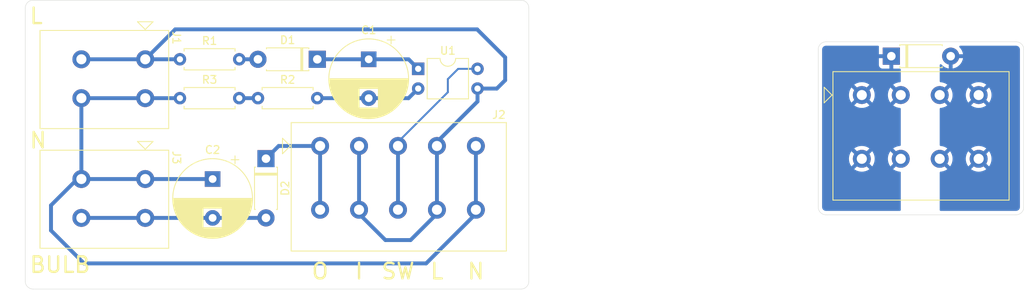
<source format=kicad_pcb>
(kicad_pcb (version 20240108) (generator "pcbnew") (generator_version "8.0")
  (layers (0 "F.Cu" signal) (31 "B.Cu" signal) (34 "B.Paste" user) (35 "F.Paste" user) (36 "B.SilkS" user "B.Silkscreen") (37 "F.SilkS" user "F.Silkscreen") (38 "B.Mask" user) (39 "F.Mask" user) (44 "Edge.Cuts" user))
  (net 0 "")
  (net 1 "Net-(D1-K)")
  (net 2 "Net-(C1-Pad2)")
  (net 3 "NEUT")
  (net 4 "Net-(D2-A)")
  (net 5 "Net-(D1-A)")
  (net 6 "/O")
  (net 7 "Net-(D3-K)")
  (net 8 "Net-(D3-A)")
  (net 9 "LINE")
  (net 10 "/SW")
  (net 11 "Net-(R2-Pad1)")
  (footprint "Capacitor_THT:CP_Radial_D10.0mm_P5.00mm" (layer "F.Cu") (at 123.69 92.4 -90)
    (property "Reference" "C1" (at -3.75 0 180) (layer "F.SilkS"))
    (property "Value" "470u 10V")
    (pad "1" thru_hole rect (at 0 0 270) (size 2 2) (drill 1) (layers "*.Cu" "*.Mask") (net 1 "Net-(D1-K)"))
    (pad "2" thru_hole circle (at 5 0 270) (size 2 2) (drill 1) (layers "*.Cu" "*.Mask") (net 2 "Net-(C1-Pad2)"))
  )
  (footprint "Capacitor_THT:CP_Radial_D10.0mm_P5.00mm" (layer "F.Cu") (at 103.65 107.8 -90)
    (property "Reference" "C2" (at -3.75 0 180) (layer "F.SilkS"))
    (property "Value" "4u7 400V")
    (pad "1" thru_hole rect (at 0 0 270) (size 2 2) (drill 1) (layers "*.Cu" "*.Mask") (net 3 "NEUT"))
    (pad "2" thru_hole circle (at 5 0 270) (size 2 2) (drill 1) (layers "*.Cu" "*.Mask") (net 4 "Net-(D2-A)"))
  )
  (footprint "chaotic-neutral:Wago_2604-1105_1x05_P5.00mm_Horizontal" (layer "F.Cu") (at 117.45 103.55)
    (property "Reference" "J2" (at 23.91 -4.01 0) (layer "F.SilkS") (effects (justify right)))
    (property "Value" "SHELLY")
    (pad "1" thru_hole circle (at 0 0) (size 2.3 2.3) (drill 1.3) (layers "*.Cu" "*.Mask") (net 6 "/O"))
    (pad "1" thru_hole circle (at 0 8.2) (size 2.3 2.3) (drill 1.3) (layers "*.Cu" "*.Mask") (net 6 "/O"))
    (pad "2" thru_hole circle (at 5 0) (size 2.3 2.3) (drill 1.3) (layers "*.Cu" "*.Mask") (net 9 "LINE"))
    (pad "2" thru_hole circle (at 5 8.2) (size 2.3 2.3) (drill 1.3) (layers "*.Cu" "*.Mask") (net 9 "LINE"))
    (pad "3" thru_hole circle (at 10 0) (size 2.3 2.3) (drill 1.3) (layers "*.Cu" "*.Mask") (net 10 "/SW"))
    (pad "3" thru_hole circle (at 10 8.2) (size 2.3 2.3) (drill 1.3) (layers "*.Cu" "*.Mask") (net 10 "/SW"))
    (pad "4" thru_hole circle (at 15 0) (size 2.3 2.3) (drill 1.3) (layers "*.Cu" "*.Mask") (net 9 "LINE"))
    (pad "4" thru_hole circle (at 15 8.2) (size 2.3 2.3) (drill 1.3) (layers "*.Cu" "*.Mask") (net 9 "LINE"))
    (pad "5" thru_hole circle (at 20 0) (size 2.3 2.3) (drill 1.3) (layers "*.Cu" "*.Mask") (net 3 "NEUT"))
    (pad "5" thru_hole circle (at 20 8.2) (size 2.3 2.3) (drill 1.3) (layers "*.Cu" "*.Mask") (net 3 "NEUT"))
  )
  (footprint "Diode_THT:D_DO-41_SOD81_P7.62mm_Horizontal" (layer "F.Cu") (at 117.09 92.4 180)
    (property "Reference" "D1" (at 3.81 2.47 180) (layer "F.SilkS"))
    (property "Value" "1N4004")
    (pad "1" thru_hole rect (at 0 0 180) (size 2.2 2.2) (drill 1.1) (layers "*.Cu" "*.Mask") (net 1 "Net-(D1-K)"))
    (pad "2" thru_hole oval (at 7.62 0 180) (size 2.2 2.2) (drill 1.1) (layers "*.Cu" "*.Mask") (net 5 "Net-(D1-A)"))
  )
  (footprint "Diode_THT:D_DO-41_SOD81_P7.62mm_Horizontal" (layer "F.Cu") (at 110.5 105.18 -90)
    (property "Reference" "D2" (at 3.81 -2.47 90) (layer "F.SilkS"))
    (property "Value" "1N4004")
    (pad "1" thru_hole rect (at 0 0 270) (size 2.2 2.2) (drill 1.1) (layers "*.Cu" "*.Mask") (net 6 "/O"))
    (pad "2" thru_hole oval (at 7.62 0 270) (size 2.2 2.2) (drill 1.1) (layers "*.Cu" "*.Mask") (net 4 "Net-(D2-A)"))
  )
  (footprint "Resistor_THT:R_Axial_DIN0207_L6.3mm_D2.5mm_P7.62mm_Horizontal" (layer "F.Cu") (at 99.45 92.4)
    (property "Reference" "R1" (at 3.81 -2.37 0) (layer "F.SilkS"))
    (property "Value" "33k")
    (pad "1" thru_hole circle (at 0 0) (size 1.6 1.6) (drill 0.8) (layers "*.Cu" "*.Mask") (net 9 "LINE"))
    (pad "2" thru_hole oval (at 7.62 0) (size 1.6 1.6) (drill 0.8) (layers "*.Cu" "*.Mask") (net 5 "Net-(D1-A)"))
  )
  (footprint "chaotic-neutral:Wago_2604-1102_1x02_P5.00mm_Horizontal" (layer "F.Cu") (at 95 107.8 -90)
    (property "Reference" "J3" (at -3.71 -4.01 270) (layer "F.SilkS") (effects (justify left)))
    (property "Value" "BULB")
    (pad "1" thru_hole circle (at 0 0 270) (size 2.3 2.3) (drill 1.3) (layers "*.Cu" "*.Mask") (net 3 "NEUT"))
    (pad "1" thru_hole circle (at 0 8.2 270) (size 2.3 2.3) (drill 1.3) (layers "*.Cu" "*.Mask") (net 3 "NEUT"))
    (pad "2" thru_hole circle (at 5 0 270) (size 2.3 2.3) (drill 1.3) (layers "*.Cu" "*.Mask") (net 4 "Net-(D2-A)"))
    (pad "2" thru_hole circle (at 5 8.2 270) (size 2.3 2.3) (drill 1.3) (layers "*.Cu" "*.Mask") (net 4 "Net-(D2-A)"))
  )
  (footprint "Resistor_THT:R_Axial_DIN0207_L6.3mm_D2.5mm_P7.62mm_Horizontal" (layer "F.Cu") (at 109.47 97.4)
    (property "Reference" "R2" (at 3.81 -2.37 0) (layer "F.SilkS"))
    (property "Value" "33k")
    (pad "1" thru_hole circle (at 0 0) (size 1.6 1.6) (drill 0.8) (layers "*.Cu" "*.Mask") (net 11 "Net-(R2-Pad1)"))
    (pad "2" thru_hole oval (at 7.62 0) (size 1.6 1.6) (drill 0.8) (layers "*.Cu" "*.Mask") (net 2 "Net-(C1-Pad2)"))
  )
  (footprint "Resistor_THT:R_Axial_DIN0207_L6.3mm_D2.5mm_P7.62mm_Horizontal" (layer "F.Cu") (at 99.45 97.4)
    (property "Reference" "R3" (at 3.81 -2.37 0) (layer "F.SilkS"))
    (property "Value" "33k")
    (pad "1" thru_hole circle (at 0 0) (size 1.6 1.6) (drill 0.8) (layers "*.Cu" "*.Mask") (net 3 "NEUT"))
    (pad "2" thru_hole oval (at 7.62 0) (size 1.6 1.6) (drill 0.8) (layers "*.Cu" "*.Mask") (net 11 "Net-(R2-Pad1)"))
  )
  (footprint "chaotic-neutral:Wago_2604-1104_1x04_P5.00mm_Horizontal" (layer "F.Cu") (at 187 97)
    (property "Reference" "J4" (hide yes))
    (property "Value" "SWITCH")
    (pad "1" thru_hole circle (at 0 0) (size 2.3 2.3) (drill 1.3) (layers "*.Cu" "*.Mask") (net 7 "Net-(D3-K)"))
    (pad "1" thru_hole circle (at 0 8.2) (size 2.3 2.3) (drill 1.3) (layers "*.Cu" "*.Mask") (net 7 "Net-(D3-K)"))
    (pad "2" thru_hole circle (at 5 0) (size 2.3 2.3) (drill 1.3) (layers "*.Cu" "*.Mask") (net 7 "Net-(D3-K)"))
    (pad "2" thru_hole circle (at 5 8.2) (size 2.3 2.3) (drill 1.3) (layers "*.Cu" "*.Mask") (net 7 "Net-(D3-K)"))
    (pad "3" thru_hole circle (at 10 0) (size 2.3 2.3) (drill 1.3) (layers "*.Cu" "*.Mask") (net 8 "Net-(D3-A)"))
    (pad "3" thru_hole circle (at 10 8.2) (size 2.3 2.3) (drill 1.3) (layers "*.Cu" "*.Mask") (net 8 "Net-(D3-A)"))
    (pad "4" thru_hole circle (at 15 0) (size 2.3 2.3) (drill 1.3) (layers "*.Cu" "*.Mask") (net 8 "Net-(D3-A)"))
    (pad "4" thru_hole circle (at 15 8.2) (size 2.3 2.3) (drill 1.3) (layers "*.Cu" "*.Mask") (net 8 "Net-(D3-A)"))
  )
  (footprint "Diode_THT:D_DO-41_SOD81_P7.62mm_Horizontal" (layer "F.Cu") (at 190.79 92)
    (property "Reference" "D3" (hide yes))
    (property "Value" "1N4004")
    (pad "1" thru_hole rect (at 0 0) (size 2.2 2.2) (drill 1.1) (layers "*.Cu" "*.Mask") (net 7 "Net-(D3-K)"))
    (pad "2" thru_hole oval (at 7.62 0) (size 2.2 2.2) (drill 1.1) (layers "*.Cu" "*.Mask") (net 8 "Net-(D3-A)"))
  )
  (footprint "Package_DIP:DIP-4_W7.62mm" (layer "F.Cu") (at 130.04 93.625)
    (property "Reference" "U1" (at 3.81 -2.33 0) (layer "F.SilkS"))
    (property "Value" "PC817")
    (pad "1" thru_hole rect (at 0 0) (size 1.6 1.6) (drill 0.8) (layers "*.Cu" "*.Mask") (net 1 "Net-(D1-K)"))
    (pad "2" thru_hole oval (at 0 2.54) (size 1.6 1.6) (drill 0.8) (layers "*.Cu" "*.Mask") (net 2 "Net-(C1-Pad2)"))
    (pad "3" thru_hole oval (at 7.62 2.54) (size 1.6 1.6) (drill 0.8) (layers "*.Cu" "*.Mask") (net 9 "LINE"))
    (pad "4" thru_hole oval (at 7.62 0) (size 1.6 1.6) (drill 0.8) (layers "*.Cu" "*.Mask") (net 10 "/SW"))
  )
  (footprint "chaotic-neutral:Wago_2604-1102_1x02_P5.00mm_Horizontal" (layer "F.Cu") (at 95 92.4 -90)
    (property "Reference" "J1" (at -3.71 -4.01 270) (layer "F.SilkS") (effects (justify left)))
    (property "Value" "230VAC")
    (pad "1" thru_hole circle (at 0 0 270) (size 2.3 2.3) (drill 1.3) (layers "*.Cu" "*.Mask") (net 9 "LINE"))
    (pad "1" thru_hole circle (at 0 8.2 270) (size 2.3 2.3) (drill 1.3) (layers "*.Cu" "*.Mask") (net 9 "LINE"))
    (pad "2" thru_hole circle (at 5 0 270) (size 2.3 2.3) (drill 1.3) (layers "*.Cu" "*.Mask") (net 3 "NEUT"))
    (pad "2" thru_hole circle (at 5 8.2 270) (size 2.3 2.3) (drill 1.3) (layers "*.Cu" "*.Mask") (net 3 "NEUT"))
  )
  (gr_arc (start 182.4 112.4) (mid 181.692893 112.107107) (end 181.4 111.4) (stroke (width 0.05)) (layer "Edge.Cuts"))
  (gr_arc (start 79.6 85.8) (mid 79.892893 85.092893) (end 80.6 84.8) (stroke (width 0.05)) (layer "Edge.Cuts"))
  (gr_line (start 181.4 111.4) (end 181.4 91.15) (stroke (width 0.05)) (layer "Edge.Cuts"))
  (gr_line (start 182.4 90.15) (end 206.8 90.15) (stroke (width 0.05)) (layer "Edge.Cuts"))
  (gr_line (start 144.25 85.8) (end 144.25 120.95) (stroke (width 0.05)) (layer "Edge.Cuts"))
  (gr_line (start 79.6 85.8) (end 79.6 120.95) (stroke (width 0.05)) (layer "Edge.Cuts"))
  (gr_arc (start 80.6 121.95) (mid 79.892893 121.657107) (end 79.6 120.95) (stroke (width 0.05)) (layer "Edge.Cuts"))
  (gr_arc (start 143.25 84.8) (mid 143.957107 85.092893) (end 144.25 85.8) (stroke (width 0.05)) (layer "Edge.Cuts"))
  (gr_arc (start 206.8 90.15) (mid 207.507107 90.442893) (end 207.8 91.15) (stroke (width 0.05)) (layer "Edge.Cuts"))
  (gr_arc (start 181.4 91.15) (mid 181.692893 90.442893) (end 182.4 90.15) (stroke (width 0.05)) (layer "Edge.Cuts"))
  (gr_arc (start 144.25 120.95) (mid 143.957107 121.657107) (end 143.25 121.95) (stroke (width 0.05)) (layer "Edge.Cuts"))
  (gr_arc (start 207.8 111.4) (mid 207.507107 112.107107) (end 206.8 112.4) (stroke (width 0.05)) (layer "Edge.Cuts"))
  (gr_line (start 207.8 91.15) (end 207.8 111.4) (stroke (width 0.05)) (layer "Edge.Cuts"))
  (gr_line (start 80.6 121.95) (end 143.25 121.95) (stroke (width 0.05)) (layer "Edge.Cuts"))
  (gr_line (start 80.6 84.8) (end 143.25 84.8) (stroke (width 0.05)) (layer "Edge.Cuts"))
  (gr_line (start 206.8 112.4) (end 182.4 112.4) (stroke (width 0.05)) (layer "Edge.Cuts"))
  (gr_text "O" (at 117.45 118.5 0) (layer "F.SilkS") (effects (font (size 2 2) (thickness 0.3)) (justify top)))
  (gr_text "I" (at 122.45 118.5 0) (layer "F.SilkS") (effects (font (size 2 2) (thickness 0.3)) (justify top)))
  (gr_text "N" (at 80 104 0) (layer "F.SilkS") (effects (font (size 2 2) (thickness 0.3)) (justify left bottom)))
  (gr_text "L" (at 80 88 0) (layer "F.SilkS") (effects (font (size 2 2) (thickness 0.3)) (justify left bottom)))
  (gr_text "BULB" (at 80 120 0) (layer "F.SilkS") (effects (font (size 2 2) (thickness 0.3)) (justify left bottom)))
  (gr_text "SW" (at 127.45 118.5 0) (layer "F.SilkS") (effects (font (size 2 2) (thickness 0.3)) (justify top)))
  (gr_text "L" (at 132.45 118.5 0) (layer "F.SilkS") (effects (font (size 2 2) (thickness 0.3)) (justify top)))
  (gr_text "N" (at 137.45 118.5 0) (layer "F.SilkS") (effects (font (size 2 2) (thickness 0.3)) (justify top)))
  (segment (start 117.09 92.4) (end 123.69 92.4) (width 0.5) (layer "B.Cu") (net 1))
  (segment (start 123.69 92.4) (end 128.815 92.4) (width 0.5) (layer "B.Cu") (net 1))
  (segment (start 128.815 92.4) (end 130.04 93.625) (width 0.5) (layer "B.Cu") (net 1))
  (segment (start 128.805 97.4) (end 130.04 96.165) (width 0.5) (layer "B.Cu") (net 2))
  (segment (start 123.69 97.4) (end 117.09 97.4) (width 0.5) (layer "B.Cu") (net 2))
  (segment (start 123.69 97.4) (end 128.805 97.4) (width 0.5) (layer "B.Cu") (net 2))
  (segment (start 137.45 112.265433) (end 131.065433 118.65) (width 0.5) (layer "B.Cu") (net 3))
  (segment (start 82.9 111.184566) (end 86.284566 107.8) (width 0.5) (layer "B.Cu") (net 3))
  (segment (start 95 107.8) (end 86.8 107.8) (width 0.5) (layer "B.Cu") (net 3))
  (segment (start 131.065433 118.65) (end 87.134567 118.65) (width 0.5) (layer "B.Cu") (net 3))
  (segment (start 87.134567 118.65) (end 82.9 114.415433) (width 0.5) (layer "B.Cu") (net 3))
  (segment (start 95 97.4) (end 86.8 97.4) (width 0.5) (layer "B.Cu") (net 3))
  (segment (start 137.45 111.75) (end 137.45 112.265433) (width 0.5) (layer "B.Cu") (net 3))
  (segment (start 99.45 97.4) (end 95 97.4) (width 0.5) (layer "B.Cu") (net 3))
  (segment (start 95 107.8) (end 103.65 107.8) (width 0.5) (layer "B.Cu") (net 3))
  (segment (start 86.8 97.4) (end 86.8 107.8) (width 0.5) (layer "B.Cu") (net 3))
  (segment (start 86.284566 107.8) (end 86.8 107.8) (width 0.5) (layer "B.Cu") (net 3))
  (segment (start 137.45 103.55) (end 137.45 111.75) (width 0.5) (layer "B.Cu") (net 3))
  (segment (start 82.9 114.415433) (end 82.9 111.184566) (width 0.5) (layer "B.Cu") (net 3))
  (segment (start 95 112.8) (end 103.65 112.8) (width 0.5) (layer "B.Cu") (net 4))
  (segment (start 103.65 112.8) (end 110.5 112.8) (width 0.5) (layer "B.Cu") (net 4))
  (segment (start 95 112.8) (end 86.8 112.8) (width 0.5) (layer "B.Cu") (net 4))
  (segment (start 107.07 92.4) (end 109.47 92.4) (width 0.5) (layer "B.Cu") (net 5))
  (segment (start 117.45 111.75) (end 117.45 103.55) (width 0.5) (layer "B.Cu") (net 6))
  (segment (start 112.13 103.55) (end 117.45 103.55) (width 0.5) (layer "B.Cu") (net 6))
  (segment (start 110.5 105.18) (end 112.13 103.55) (width 0.5) (layer "B.Cu") (net 6))
  (segment (start 140.14 96.165) (end 137.66 96.165) (width 0.5) (layer "B.Cu") (net 9))
  (segment (start 122.45 111.75) (end 122.45 112.265433) (width 0.5) (layer "B.Cu") (net 9))
  (segment (start 122.45 112.265433) (end 125.834567 115.65) (width 0.5) (layer "B.Cu") (net 9))
  (segment (start 129.065433 115.65) (end 132.45 112.265433) (width 0.5) (layer "B.Cu") (net 9))
  (segment (start 122.45 111.75) (end 122.45 103.55) (width 0.5) (layer "B.Cu") (net 9))
  (segment (start 95 92.4) (end 98.85 88.55) (width 0.5) (layer "B.Cu") (net 9))
  (segment (start 125.834567 115.65) (end 129.065433 115.65) (width 0.5) (layer "B.Cu") (net 9))
  (segment (start 98.85 88.55) (end 137.605459 88.55) (width 0.5) (layer "B.Cu") (net 9))
  (segment (start 132.45 103.034567) (end 137.66 97.824567) (width 0.5) (layer "B.Cu") (net 9))
  (segment (start 137.605459 88.55) (end 141.21 92.154541) (width 0.5) (layer "B.Cu") (net 9))
  (segment (start 141.21 92.154541) (end 141.21 95.095) (width 0.5) (layer "B.Cu") (net 9))
  (segment (start 137.66 97.824567) (end 137.66 96.165) (width 0.5) (layer "B.Cu") (net 9))
  (segment (start 95 92.4) (end 86.8 92.4) (width 0.5) (layer "B.Cu") (net 9))
  (segment (start 132.45 111.75) (end 132.45 103.55) (width 0.5) (layer "B.Cu") (net 9))
  (segment (start 141.21 95.095) (end 140.14 96.165) (width 0.5) (layer "B.Cu") (net 9))
  (segment (start 95 92.4) (end 99.45 92.4) (width 0.5) (layer "B.Cu") (net 9))
  (segment (start 132.45 103.55) (end 132.45 103.034567) (width 0.5) (layer "B.Cu") (net 9))
  (segment (start 132.45 112.265433) (end 132.45 111.75) (width 0.5) (layer "B.Cu") (net 9))
  (segment (start 127.45 103.034567) (end 133.85 96.634567) (width 0.25) (layer "B.Cu") (net 10))
  (segment (start 127.45 111.75) (end 127.45 103.55) (width 0.5) (layer "B.Cu") (net 10))
  (segment (start 127.45 103.55) (end 127.45 103.034567) (width 0.25) (layer "B.Cu") (net 10))
  (segment (start 133.85 94.95) (end 135.175 93.625) (width 0.25) (layer "B.Cu") (net 10))
  (segment (start 135.175 93.625) (end 137.66 93.625) (width 0.25) (layer "B.Cu") (net 10))
  (segment (start 133.85 96.634567) (end 133.85 94.95) (width 0.25) (layer "B.Cu") (net 10))
  (segment (start 109.47 97.4) (end 107.07 97.4) (width 0.5) (layer "B.Cu") (net 11))
  (zone (net 7) (net_name "Net-(D3-K)") (layer "B.Cu") (connect_pads (clearance 0.5)) (min_thickness 0.25) (fill yes (thermal_gap 0.5) (thermal_bridge_width 0.5))
    (polygon (pts (xy 192 90.15) (xy 192 112.4) (xy 181.4 112.4) (xy 181.4 90.15)))
  )
  (zone (net 8) (net_name "Net-(D3-A)") (layer "B.Cu") (priority 1) (connect_pads (clearance 0.5)) (min_thickness 0.25) (fill yes (thermal_gap 0.5) (thermal_bridge_width 0.5))
    (polygon (pts (xy 197 90.15) (xy 207.8 90.15) (xy 207.8 112.4) (xy 197 112.4)))
  )
)
</source>
